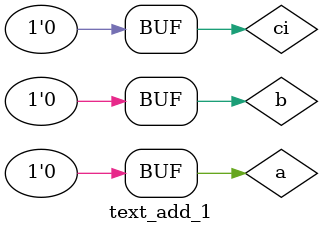
<source format=v>
`timescale 1ns / 1ps


module text_add_1;

	// Inputs
	reg a;
	reg b;
	reg ci;

	// Outputs
	wire s;
	wire c0;

	// Instantiate the Unit Under Test (UUT)
	adder_1bit uut (
		.a(a), 
		.b(b), 
		.ci(ci), 
		.s(s), 
		.c0(c0)
	);

	initial begin
		// Initialize Inputs
		a = 0;
		b = 0;
		ci = 0;

		// Wait 100 ns for global reset to finish
		#100;
        
		// Add stimulus here

	end
      
endmodule

</source>
